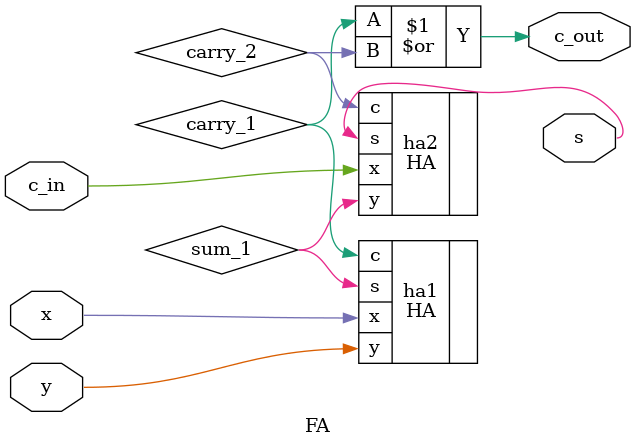
<source format=v>
module FA(
	input 	   x,
	input 	   y,
	input 	c_in,
	output     s, 
	output  c_out
);

	wire sum_1;
	wire carry_1;
	wire carry_2;

	HA ha1(
		.x(x),
		.y(y),
		.s(sum_1),
		.c(carry_1)
	);

	HA ha2(
		.x(c_in),
		.y(sum_1),
		.s(s),
		.c(carry_2)
	);

	assign c_out = carry_1 | carry_2;

endmodule


</source>
